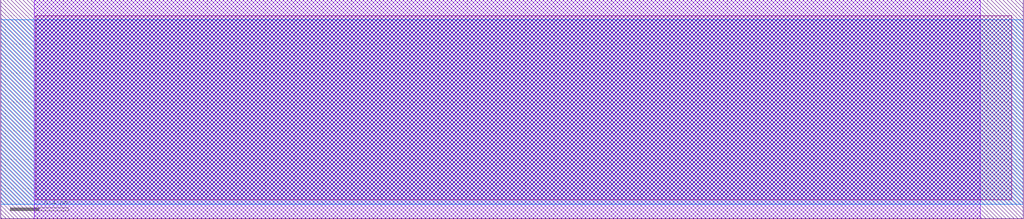
<source format=lef>
VERSION 5.7 ;
  NOWIREEXTENSIONATPIN ON ;
  DIVIDERCHAR "/" ;
  BUSBITCHARS "[]" ;
UNITS
  DATABASE MICRONS 200 ;
END UNITS

LAYER via2
  TYPE CUT ;
END via2

LAYER via
  TYPE CUT ;
END via

LAYER nwell
  TYPE MASTERSLICE ;
END nwell

LAYER via3
  TYPE CUT ;
END via3

LAYER pwell
  TYPE MASTERSLICE ;
END pwell

LAYER via4
  TYPE CUT ;
END via4

LAYER mcon
  TYPE CUT ;
END mcon

LAYER met6
  TYPE ROUTING ;
  WIDTH 0.030000 ;
  SPACING 0.040000 ;
  DIRECTION HORIZONTAL ;
END met6

LAYER met1
  TYPE ROUTING ;
  WIDTH 0.140000 ;
  SPACING 0.140000 ;
  DIRECTION HORIZONTAL ;
END met1

LAYER met3
  TYPE ROUTING ;
  WIDTH 0.300000 ;
  SPACING 0.300000 ;
  DIRECTION HORIZONTAL ;
END met3

LAYER met2
  TYPE ROUTING ;
  WIDTH 0.140000 ;
  SPACING 0.140000 ;
  DIRECTION HORIZONTAL ;
END met2

LAYER met4
  TYPE ROUTING ;
  WIDTH 0.300000 ;
  SPACING 0.300000 ;
  DIRECTION HORIZONTAL ;
END met4

LAYER met5
  TYPE ROUTING ;
  WIDTH 1.600000 ;
  SPACING 1.600000 ;
  DIRECTION HORIZONTAL ;
END met5

LAYER li1
  TYPE ROUTING ;
  WIDTH 0.170000 ;
  SPACING 0.170000 ;
  DIRECTION HORIZONTAL ;
END li1

MACRO sky130_hilas_TgateDouble01
  CLASS BLOCK ;
  FOREIGN sky130_hilas_TgateDouble01 ;
  ORIGIN 2.630 1.810 ;
  SIZE 7.080 BY 1.520 ;
  OBS
      LAYER li1 ;
        RECT -2.390 -1.680 4.370 -0.400 ;
      LAYER met1 ;
        RECT -2.400 -1.810 4.150 -0.290 ;
      LAYER met2 ;
        RECT -2.630 -1.710 4.450 -0.430 ;
  END
END sky130_hilas_TgateDouble01
END LIBRARY


</source>
